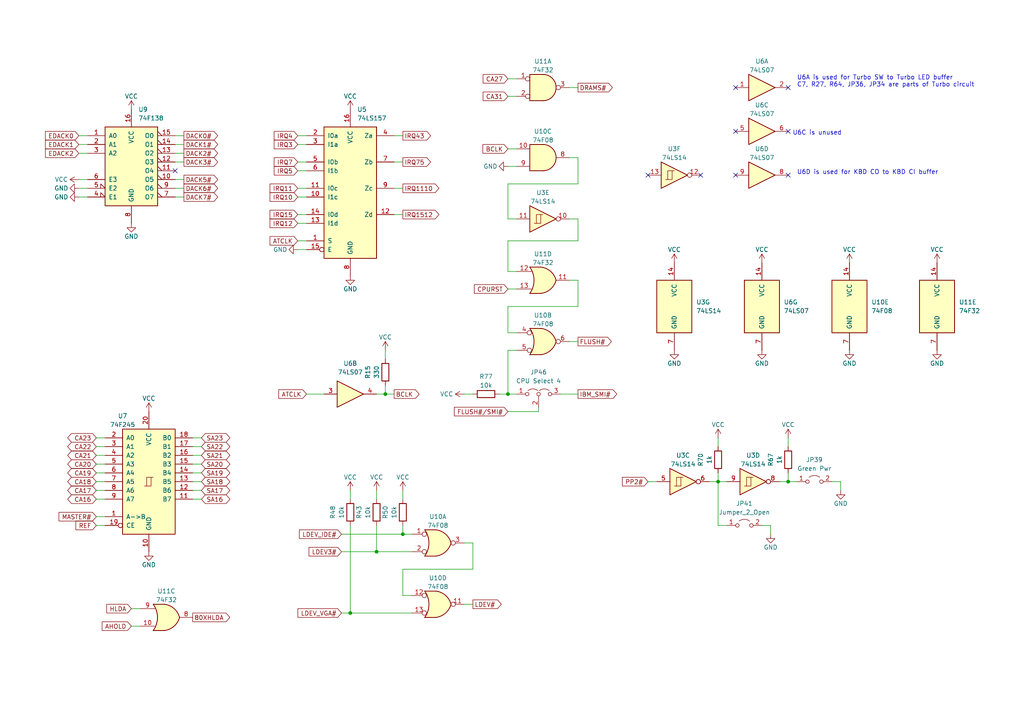
<source format=kicad_sch>
(kicad_sch (version 20231120) (generator "eeschema") (generator_version "8.0")
  (paper "A4")
  (title_block (title "PC110"))
  (lib_symbols
    (symbol "74xx:74LS07" (pin_names (offset 1.016))
      (property "Reference" "U" (at 0 1.27 0))
      (property "Value" "74LS07" (at 0 -1.27 0))
      (symbol "74LS07_1_0"
        (polyline (pts (xy -3.81 3.81) (xy -3.81 -3.81) (xy 3.81 0) (xy -3.81 3.81)) (stroke (width 0.254)) (fill (type background)))
        (pin input line (at -7.62 0 0) (length 3.81) (name "~") (number "1"))
        (pin open_collector line (at 7.62 0 180) (length 3.81) (name "~") (number "2"))
      )
      (symbol "74LS07_2_0"
        (polyline (pts (xy -3.81 3.81) (xy -3.81 -3.81) (xy 3.81 0) (xy -3.81 3.81)) (stroke (width 0.254)) (fill (type background)))
        (pin input line (at -7.62 0 0) (length 3.81) (name "~") (number "3"))
        (pin open_collector line (at 7.62 0 180) (length 3.81) (name "~") (number "4"))
      )
      (symbol "74LS07_3_0"
        (polyline (pts (xy -3.81 3.81) (xy -3.81 -3.81) (xy 3.81 0) (xy -3.81 3.81)) (stroke (width 0.254)) (fill (type background)))
        (pin input line (at -7.62 0 0) (length 3.81) (name "~") (number "5"))
        (pin open_collector line (at 7.62 0 180) (length 3.81) (name "~") (number "6"))
      )
      (symbol "74LS07_4_0"
        (polyline (pts (xy -3.81 3.81) (xy -3.81 -3.81) (xy 3.81 0) (xy -3.81 3.81)) (stroke (width 0.254)) (fill (type background)))
        (pin open_collector line (at 7.62 0 180) (length 3.81) (name "~") (number "8"))
        (pin input line (at -7.62 0 0) (length 3.81) (name "~") (number "9"))
      )
      (symbol "74LS07_5_0"
        (polyline (pts (xy -3.81 3.81) (xy -3.81 -3.81) (xy 3.81 0) (xy -3.81 3.81)) (stroke (width 0.254)) (fill (type background)))
        (pin open_collector line (at 7.62 0 180) (length 3.81) (name "~") (number "10"))
        (pin input line (at -7.62 0 0) (length 3.81) (name "~") (number "11"))
      )
      (symbol "74LS07_6_0"
        (polyline (pts (xy -3.81 3.81) (xy -3.81 -3.81) (xy 3.81 0) (xy -3.81 3.81)) (stroke (width 0.254)) (fill (type background)))
        (pin open_collector line (at 7.62 0 180) (length 3.81) (name "~") (number "12"))
        (pin input line (at -7.62 0 0) (length 3.81) (name "~") (number "13"))
      )
      (symbol "74LS07_7_0"
        (pin power_in line (at 0 12.7 270) (length 5.08) (name "VCC") (number "14"))
        (pin power_in line (at 0 -12.7 90) (length 5.08) (name "GND") (number "7"))
      )
      (symbol "74LS07_7_1"
        (rectangle (start -5.08 7.62) (end 5.08 -7.62) (stroke (width 0.254)) (fill (type background)))
      )
    )
    (symbol "74xx:74LS08" (pin_names (offset 1.016))
      (property "Reference" "U" (at 0 1.27 0))
      (property "Value" "74LS08" (at 0 -1.27 0))
      (symbol "74LS08_1_1"
        (arc (start 0 -3.81) (mid 3.7934 0) (end 0 3.81) (stroke (width 0.254)) (fill (type background)))
        (polyline (pts (xy 0 3.81) (xy -3.81 3.81) (xy -3.81 -3.81) (xy 0 -3.81)) (stroke (width 0.254)) (fill (type background)))
        (pin input line (at -7.62 2.54 0) (length 3.81) (name "~") (number "1"))
        (pin input line (at -7.62 -2.54 0) (length 3.81) (name "~") (number "2"))
        (pin output line (at 7.62 0 180) (length 3.81) (name "~") (number "3"))
      )
      (symbol "74LS08_1_2"
        (arc (start -3.81 -3.81) (mid -2.589 0) (end -3.81 3.81) (stroke (width 0.254)))
        (arc (start -0.6096 -3.81) (mid 2.1855 -2.584) (end 3.81 0) (stroke (width 0.254)) (fill (type background)))
        (polyline (pts (xy -3.81 -3.81) (xy -0.635 -3.81)) (stroke (width 0.254)) (fill (type background)))
        (polyline (pts (xy -3.81 3.81) (xy -0.635 3.81)) (stroke (width 0.254)) (fill (type background)))
        (polyline (pts (xy -0.635 3.81) (xy -3.81 3.81) (xy -3.81 3.81) (xy -3.556 3.4036) (xy -3.0226 2.2606) (xy -2.6924 1.0414) (xy -2.6162 -0.254) (xy -2.7686 -1.4986) (xy -3.175 -2.7178) (xy -3.81 -3.81) (xy -3.81 -3.81) (xy -0.635 -3.81)) (stroke (width -25.4)) (fill (type background)))
        (arc (start 3.81 0) (mid 2.1928 2.5925) (end -0.6096 3.81) (stroke (width 0.254)) (fill (type background)))
        (pin input inverted (at -7.62 2.54 0) (length 4.318) (name "~") (number "1"))
        (pin input inverted (at -7.62 -2.54 0) (length 4.318) (name "~") (number "2"))
        (pin output inverted (at 7.62 0 180) (length 3.81) (name "~") (number "3"))
      )
      (symbol "74LS08_2_1"
        (arc (start 0 -3.81) (mid 3.7934 0) (end 0 3.81) (stroke (width 0.254)) (fill (type background)))
        (polyline (pts (xy 0 3.81) (xy -3.81 3.81) (xy -3.81 -3.81) (xy 0 -3.81)) (stroke (width 0.254)) (fill (type background)))
        (pin input line (at -7.62 2.54 0) (length 3.81) (name "~") (number "4"))
        (pin input line (at -7.62 -2.54 0) (length 3.81) (name "~") (number "5"))
        (pin output line (at 7.62 0 180) (length 3.81) (name "~") (number "6"))
      )
      (symbol "74LS08_2_2"
        (arc (start -3.81 -3.81) (mid -2.589 0) (end -3.81 3.81) (stroke (width 0.254)))
        (arc (start -0.6096 -3.81) (mid 2.1855 -2.584) (end 3.81 0) (stroke (width 0.254)) (fill (type background)))
        (polyline (pts (xy -3.81 -3.81) (xy -0.635 -3.81)) (stroke (width 0.254)) (fill (type background)))
        (polyline (pts (xy -3.81 3.81) (xy -0.635 3.81)) (stroke (width 0.254)) (fill (type background)))
        (polyline (pts (xy -0.635 3.81) (xy -3.81 3.81) (xy -3.81 3.81) (xy -3.556 3.4036) (xy -3.0226 2.2606) (xy -2.6924 1.0414) (xy -2.6162 -0.254) (xy -2.7686 -1.4986) (xy -3.175 -2.7178) (xy -3.81 -3.81) (xy -3.81 -3.81) (xy -0.635 -3.81)) (stroke (width -25.4)) (fill (type background)))
        (arc (start 3.81 0) (mid 2.1928 2.5925) (end -0.6096 3.81) (stroke (width 0.254)) (fill (type background)))
        (pin input inverted (at -7.62 2.54 0) (length 4.318) (name "~") (number "4"))
        (pin input inverted (at -7.62 -2.54 0) (length 4.318) (name "~") (number "5"))
        (pin output inverted (at 7.62 0 180) (length 3.81) (name "~") (number "6"))
      )
      (symbol "74LS08_3_1"
        (arc (start 0 -3.81) (mid 3.7934 0) (end 0 3.81) (stroke (width 0.254)) (fill (type background)))
        (polyline (pts (xy 0 3.81) (xy -3.81 3.81) (xy -3.81 -3.81) (xy 0 -3.81)) (stroke (width 0.254)) (fill (type background)))
        (pin input line (at -7.62 -2.54 0) (length 3.81) (name "~") (number "10"))
        (pin output line (at 7.62 0 180) (length 3.81) (name "~") (number "8"))
        (pin input line (at -7.62 2.54 0) (length 3.81) (name "~") (number "9"))
      )
      (symbol "74LS08_3_2"
        (arc (start -3.81 -3.81) (mid -2.589 0) (end -3.81 3.81) (stroke (width 0.254)))
        (arc (start -0.6096 -3.81) (mid 2.1855 -2.584) (end 3.81 0) (stroke (width 0.254)) (fill (type background)))
        (polyline (pts (xy -3.81 -3.81) (xy -0.635 -3.81)) (stroke (width 0.254)) (fill (type background)))
        (polyline (pts (xy -3.81 3.81) (xy -0.635 3.81)) (stroke (width 0.254)) (fill (type background)))
        (polyline (pts (xy -0.635 3.81) (xy -3.81 3.81) (xy -3.81 3.81) (xy -3.556 3.4036) (xy -3.0226 2.2606) (xy -2.6924 1.0414) (xy -2.6162 -0.254) (xy -2.7686 -1.4986) (xy -3.175 -2.7178) (xy -3.81 -3.81) (xy -3.81 -3.81) (xy -0.635 -3.81)) (stroke (width -25.4)) (fill (type background)))
        (arc (start 3.81 0) (mid 2.1928 2.5925) (end -0.6096 3.81) (stroke (width 0.254)) (fill (type background)))
        (pin input inverted (at -7.62 -2.54 0) (length 4.318) (name "~") (number "10"))
        (pin output inverted (at 7.62 0 180) (length 3.81) (name "~") (number "8"))
        (pin input inverted (at -7.62 2.54 0) (length 4.318) (name "~") (number "9"))
      )
      (symbol "74LS08_4_1"
        (arc (start 0 -3.81) (mid 3.7934 0) (end 0 3.81) (stroke (width 0.254)) (fill (type background)))
        (polyline (pts (xy 0 3.81) (xy -3.81 3.81) (xy -3.81 -3.81) (xy 0 -3.81)) (stroke (width 0.254)) (fill (type background)))
        (pin output line (at 7.62 0 180) (length 3.81) (name "~") (number "11"))
        (pin input line (at -7.62 2.54 0) (length 3.81) (name "~") (number "12"))
        (pin input line (at -7.62 -2.54 0) (length 3.81) (name "~") (number "13"))
      )
      (symbol "74LS08_4_2"
        (arc (start -3.81 -3.81) (mid -2.589 0) (end -3.81 3.81) (stroke (width 0.254)))
        (arc (start -0.6096 -3.81) (mid 2.1855 -2.584) (end 3.81 0) (stroke (width 0.254)) (fill (type background)))
        (polyline (pts (xy -3.81 -3.81) (xy -0.635 -3.81)) (stroke (width 0.254)) (fill (type background)))
        (polyline (pts (xy -3.81 3.81) (xy -0.635 3.81)) (stroke (width 0.254)) (fill (type background)))
        (polyline (pts (xy -0.635 3.81) (xy -3.81 3.81) (xy -3.81 3.81) (xy -3.556 3.4036) (xy -3.0226 2.2606) (xy -2.6924 1.0414) (xy -2.6162 -0.254) (xy -2.7686 -1.4986) (xy -3.175 -2.7178) (xy -3.81 -3.81) (xy -3.81 -3.81) (xy -0.635 -3.81)) (stroke (width -25.4)) (fill (type background)))
        (arc (start 3.81 0) (mid 2.1928 2.5925) (end -0.6096 3.81) (stroke (width 0.254)) (fill (type background)))
        (pin output inverted (at 7.62 0 180) (length 3.81) (name "~") (number "11"))
        (pin input inverted (at -7.62 2.54 0) (length 4.318) (name "~") (number "12"))
        (pin input inverted (at -7.62 -2.54 0) (length 4.318) (name "~") (number "13"))
      )
      (symbol "74LS08_5_0"
        (pin power_in line (at 0 12.7 270) (length 5.08) (name "VCC") (number "14"))
        (pin power_in line (at 0 -12.7 90) (length 5.08) (name "GND") (number "7"))
      )
      (symbol "74LS08_5_1"
        (rectangle (start -5.08 7.62) (end 5.08 -7.62) (stroke (width 0.254)) (fill (type background)))
      )
    )
    (symbol "74xx:74LS138" (pin_names (offset 1.016))
      (property "Reference" "U" (at -7.62 11.43 0))
      (property "Value" "74LS138" (at -7.62 -13.97 0))
      (symbol "74LS138_1_0"
        (pin input line (at -12.7 7.62 0) (length 5.08) (name "A0") (number "1"))
        (pin output output_low (at 12.7 -5.08 180) (length 5.08) (name "O5") (number "10"))
        (pin output output_low (at 12.7 -2.54 180) (length 5.08) (name "O4") (number "11"))
        (pin output output_low (at 12.7 0 180) (length 5.08) (name "O3") (number "12"))
        (pin output output_low (at 12.7 2.54 180) (length 5.08) (name "O2") (number "13"))
        (pin output output_low (at 12.7 5.08 180) (length 5.08) (name "O1") (number "14"))
        (pin output output_low (at 12.7 7.62 180) (length 5.08) (name "O0") (number "15"))
        (pin power_in line (at 0 15.24 270) (length 5.08) (name "VCC") (number "16"))
        (pin input line (at -12.7 5.08 0) (length 5.08) (name "A1") (number "2"))
        (pin input line (at -12.7 2.54 0) (length 5.08) (name "A2") (number "3"))
        (pin input input_low (at -12.7 -10.16 0) (length 5.08) (name "E1") (number "4"))
        (pin input input_low (at -12.7 -7.62 0) (length 5.08) (name "E2") (number "5"))
        (pin input line (at -12.7 -5.08 0) (length 5.08) (name "E3") (number "6"))
        (pin output output_low (at 12.7 -10.16 180) (length 5.08) (name "O7") (number "7"))
        (pin power_in line (at 0 -17.78 90) (length 5.08) (name "GND") (number "8"))
        (pin output output_low (at 12.7 -7.62 180) (length 5.08) (name "O6") (number "9"))
      )
      (symbol "74LS138_1_1"
        (rectangle (start -7.62 10.16) (end 7.62 -12.7) (stroke (width 0.254)) (fill (type background)))
      )
    )
    (symbol "74xx:74LS14" (pin_names (offset 1.016))
      (property "Reference" "U" (at 0 1.27 0))
      (property "Value" "74LS14" (at 0 -1.27 0))
      (symbol "74LS14_1_0"
        (polyline (pts (xy -3.81 3.81) (xy -3.81 -3.81) (xy 3.81 0) (xy -3.81 3.81)) (stroke (width 0.254)) (fill (type background)))
        (pin input line (at -7.62 0 0) (length 3.81) (name "~") (number "1"))
        (pin output inverted (at 7.62 0 180) (length 3.81) (name "~") (number "2"))
      )
      (symbol "74LS14_1_1"
        (polyline (pts (xy -1.905 -1.27) (xy -1.905 1.27) (xy -0.635 1.27)))
        (polyline (pts (xy -2.54 -1.27) (xy -0.635 -1.27) (xy -0.635 1.27) (xy 0 1.27)))
      )
      (symbol "74LS14_2_0"
        (polyline (pts (xy -3.81 3.81) (xy -3.81 -3.81) (xy 3.81 0) (xy -3.81 3.81)) (stroke (width 0.254)) (fill (type background)))
        (pin input line (at -7.62 0 0) (length 3.81) (name "~") (number "3"))
        (pin output inverted (at 7.62 0 180) (length 3.81) (name "~") (number "4"))
      )
      (symbol "74LS14_2_1"
        (polyline (pts (xy -1.905 -1.27) (xy -1.905 1.27) (xy -0.635 1.27)))
        (polyline (pts (xy -2.54 -1.27) (xy -0.635 -1.27) (xy -0.635 1.27) (xy 0 1.27)))
      )
      (symbol "74LS14_3_0"
        (polyline (pts (xy -3.81 3.81) (xy -3.81 -3.81) (xy 3.81 0) (xy -3.81 3.81)) (stroke (width 0.254)) (fill (type background)))
        (pin input line (at -7.62 0 0) (length 3.81) (name "~") (number "5"))
        (pin output inverted (at 7.62 0 180) (length 3.81) (name "~") (number "6"))
      )
      (symbol "74LS14_3_1"
        (polyline (pts (xy -1.905 -1.27) (xy -1.905 1.27) (xy -0.635 1.27)))
        (polyline (pts (xy -2.54 -1.27) (xy -0.635 -1.27) (xy -0.635 1.27) (xy 0 1.27)))
      )
      (symbol "74LS14_4_0"
        (polyline (pts (xy -3.81 3.81) (xy -3.81 -3.81) (xy 3.81 0) (xy -3.81 3.81)) (stroke (width 0.254)) (fill (type background)))
        (pin output inverted (at 7.62 0 180) (length 3.81) (name "~") (number "8"))
        (pin input line (at -7.62 0 0) (length 3.81) (name "~") (number "9"))
      )
      (symbol "74LS14_4_1"
        (polyline (pts (xy -1.905 -1.27) (xy -1.905 1.27) (xy -0.635 1.27)))
        (polyline (pts (xy -2.54 -1.27) (xy -0.635 -1.27) (xy -0.635 1.27) (xy 0 1.27)))
      )
      (symbol "74LS14_5_0"
        (polyline (pts (xy -3.81 3.81) (xy -3.81 -3.81) (xy 3.81 0) (xy -3.81 3.81)) (stroke (width 0.254)) (fill (type background)))
        (pin output inverted (at 7.62 0 180) (length 3.81) (name "~") (number "10"))
        (pin input line (at -7.62 0 0) (length 3.81) (name "~") (number "11"))
      )
      (symbol "74LS14_5_1"
        (polyline (pts (xy -1.905 -1.27) (xy -1.905 1.27) (xy -0.635 1.27)))
        (polyline (pts (xy -2.54 -1.27) (xy -0.635 -1.27) (xy -0.635 1.27) (xy 0 1.27)))
      )
      (symbol "74LS14_6_0"
        (polyline (pts (xy -3.81 3.81) (xy -3.81 -3.81) (xy 3.81 0) (xy -3.81 3.81)) (stroke (width 0.254)) (fill (type background)))
        (pin output inverted (at 7.62 0 180) (length 3.81) (name "~") (number "12"))
        (pin input line (at -7.62 0 0) (length 3.81) (name "~") (number "13"))
      )
      (symbol "74LS14_6_1"
        (polyline (pts (xy -1.905 -1.27) (xy -1.905 1.27) (xy -0.635 1.27)))
        (polyline (pts (xy -2.54 -1.27) (xy -0.635 -1.27) (xy -0.635 1.27) (xy 0 1.27)))
      )
      (symbol "74LS14_7_0"
        (pin power_in line (at 0 12.7 270) (length 5.08) (name "VCC") (number "14"))
        (pin power_in line (at 0 -12.7 90) (length 5.08) (name "GND") (number "7"))
      )
      (symbol "74LS14_7_1"
        (rectangle (start -5.08 7.62) (end 5.08 -7.62) (stroke (width 0.254)) (fill (type background)))
      )
    )
    (symbol "74xx:74LS157" (pin_names (offset 1.016))
      (property "Reference" "U" (at -7.62 19.05 0))
      (property "Value" "74LS157" (at -7.62 -21.59 0))
      (symbol "74LS157_1_0"
        (pin input line (at -12.7 -15.24 0) (length 5.08) (name "S") (number "1"))
        (pin input line (at -12.7 -2.54 0) (length 5.08) (name "I1c") (number "10"))
        (pin input line (at -12.7 0 0) (length 5.08) (name "I0c") (number "11"))
        (pin output line (at 12.7 -7.62 180) (length 5.08) (name "Zd") (number "12"))
        (pin input line (at -12.7 -10.16 0) (length 5.08) (name "I1d") (number "13"))
        (pin input line (at -12.7 -7.62 0) (length 5.08) (name "I0d") (number "14"))
        (pin input inverted (at -12.7 -17.78 0) (length 5.08) (name "E") (number "15"))
        (pin power_in line (at 0 22.86 270) (length 5.08) (name "VCC") (number "16"))
        (pin input line (at -12.7 15.24 0) (length 5.08) (name "I0a") (number "2"))
        (pin input line (at -12.7 12.7 0) (length 5.08) (name "I1a") (number "3"))
        (pin output line (at 12.7 15.24 180) (length 5.08) (name "Za") (number "4"))
        (pin input line (at -12.7 7.62 0) (length 5.08) (name "I0b") (number "5"))
        (pin input line (at -12.7 5.08 0) (length 5.08) (name "I1b") (number "6"))
        (pin output line (at 12.7 7.62 180) (length 5.08) (name "Zb") (number "7"))
        (pin power_in line (at 0 -25.4 90) (length 5.08) (name "GND") (number "8"))
        (pin output line (at 12.7 0 180) (length 5.08) (name "Zc") (number "9"))
      )
      (symbol "74LS157_1_1"
        (rectangle (start -7.62 17.78) (end 7.62 -20.32) (stroke (width 0.254)) (fill (type background)))
      )
    )
    (symbol "74xx:74LS245" (pin_names (offset 1.016))
      (property "Reference" "U" (at -7.62 16.51 0))
      (property "Value" "74LS245" (at -7.62 -16.51 0))
      (symbol "74LS245_1_0"
        (polyline (pts (xy -0.635 -1.27) (xy -0.635 1.27) (xy 0.635 1.27)))
        (polyline (pts (xy -1.27 -1.27) (xy 0.635 -1.27) (xy 0.635 1.27) (xy 1.27 1.27)))
        (pin input line (at -12.7 -10.16 0) (length 5.08) (name "A->B") (number "1"))
        (pin power_in line (at 0 -20.32 90) (length 5.08) (name "GND") (number "10"))
        (pin tri_state line (at 12.7 -5.08 180) (length 5.08) (name "B7") (number "11"))
        (pin tri_state line (at 12.7 -2.54 180) (length 5.08) (name "B6") (number "12"))
        (pin tri_state line (at 12.7 0 180) (length 5.08) (name "B5") (number "13"))
        (pin tri_state line (at 12.7 2.54 180) (length 5.08) (name "B4") (number "14"))
        (pin tri_state line (at 12.7 5.08 180) (length 5.08) (name "B3") (number "15"))
        (pin tri_state line (at 12.7 7.62 180) (length 5.08) (name "B2") (number "16"))
        (pin tri_state line (at 12.7 10.16 180) (length 5.08) (name "B1") (number "17"))
        (pin tri_state line (at 12.7 12.7 180) (length 5.08) (name "B0") (number "18"))
        (pin input inverted (at -12.7 -12.7 0) (length 5.08) (name "CE") (number "19"))
        (pin tri_state line (at -12.7 12.7 0) (length 5.08) (name "A0") (number "2"))
        (pin power_in line (at 0 20.32 270) (length 5.08) (name "VCC") (number "20"))
        (pin tri_state line (at -12.7 10.16 0) (length 5.08) (name "A1") (number "3"))
        (pin tri_state line (at -12.7 7.62 0) (length 5.08) (name "A2") (number "4"))
        (pin tri_state line (at -12.7 5.08 0) (length 5.08) (name "A3") (number "5"))
        (pin tri_state line (at -12.7 2.54 0) (length 5.08) (name "A4") (number "6"))
        (pin tri_state line (at -12.7 0 0) (length 5.08) (name "A5") (number "7"))
        (pin tri_state line (at -12.7 -2.54 0) (length 5.08) (name "A6") (number "8"))
        (pin tri_state line (at -12.7 -5.08 0) (length 5.08) (name "A7") (number "9"))
      )
      (symbol "74LS245_1_1"
        (rectangle (start -7.62 15.24) (end 7.62 -15.24) (stroke (width 0.254)) (fill (type background)))
      )
    )
    (symbol "74xx:74LS32" (pin_names (offset 1.016))
      (property "Reference" "U" (at 0 1.27 0))
      (property "Value" "74LS32" (at 0 -1.27 0))
      (symbol "74LS32_1_1"
        (arc (start -3.81 -3.81) (mid -2.589 0) (end -3.81 3.81) (stroke (width 0.254)))
        (arc (start -0.6096 -3.81) (mid 2.1855 -2.584) (end 3.81 0) (stroke (width 0.254)) (fill (type background)))
        (polyline (pts (xy -3.81 -3.81) (xy -0.635 -3.81)) (stroke (width 0.254)) (fill (type background)))
        (polyline (pts (xy -3.81 3.81) (xy -0.635 3.81)) (stroke (width 0.254)) (fill (type background)))
        (polyline (pts (xy -0.635 3.81) (xy -3.81 3.81) (xy -3.81 3.81) (xy -3.556 3.4036) (xy -3.0226 2.2606) (xy -2.6924 1.0414) (xy -2.6162 -0.254) (xy -2.7686 -1.4986) (xy -3.175 -2.7178) (xy -3.81 -3.81) (xy -3.81 -3.81) (xy -0.635 -3.81)) (stroke (width -25.4)) (fill (type background)))
        (arc (start 3.81 0) (mid 2.1928 2.5925) (end -0.6096 3.81) (stroke (width 0.254)) (fill (type background)))
        (pin input line (at -7.62 2.54 0) (length 4.318) (name "~") (number "1"))
        (pin input line (at -7.62 -2.54 0) (length 4.318) (name "~") (number "2"))
        (pin output line (at 7.62 0 180) (length 3.81) (name "~") (number "3"))
      )
      (symbol "74LS32_1_2"
        (arc (start 0 -3.81) (mid 3.7934 0) (end 0 3.81) (stroke (width 0.254)) (fill (type background)))
        (polyline (pts (xy 0 3.81) (xy -3.81 3.81) (xy -3.81 -3.81) (xy 0 -3.81)) (stroke (width 0.254)) (fill (type background)))
        (pin input inverted (at -7.62 2.54 0) (length 3.81) (name "~") (number "1"))
        (pin input inverted (at -7.62 -2.54 0) (length 3.81) (name "~") (number "2"))
        (pin output inverted (at 7.62 0 180) (length 3.81) (name "~") (number "3"))
      )
      (symbol "74LS32_2_1"
        (arc (start -3.81 -3.81) (mid -2.589 0) (end -3.81 3.81) (stroke (width 0.254)))
        (arc (start -0.6096 -3.81) (mid 2.1855 -2.584) (end 3.81 0) (stroke (width 0.254)) (fill (type background)))
        (polyline (pts (xy -3.81 -3.81) (xy -0.635 -3.81)) (stroke (width 0.254)) (fill (type background)))
        (polyline (pts (xy -3.81 3.81) (xy -0.635 3.81)) (stroke (width 0.254)) (fill (type background)))
        (polyline (pts (xy -0.635 3.81) (xy -3.81 3.81) (xy -3.81 3.81) (xy -3.556 3.4036) (xy -3.0226 2.2606) (xy -2.6924 1.0414) (xy -2.6162 -0.254) (xy -2.7686 -1.4986) (xy -3.175 -2.7178) (xy -3.81 -3.81) (xy -3.81 -3.81) (xy -0.635 -3.81)) (stroke (width -25.4)) (fill (type background)))
        (arc (start 3.81 0) (mid 2.1928 2.5925) (end -0.6096 3.81) (stroke (width 0.254)) (fill (type background)))
        (pin input line (at -7.62 2.54 0) (length 4.318) (name "~") (number "4"))
        (pin input line (at -7.62 -2.54 0) (length 4.318) (name "~") (number "5"))
        (pin output line (at 7.62 0 180) (length 3.81) (name "~") (number "6"))
      )
      (symbol "74LS32_2_2"
        (arc (start 0 -3.81) (mid 3.7934 0) (end 0 3.81) (stroke (width 0.254)) (fill (type background)))
        (polyline (pts (xy 0 3.81) (xy -3.81 3.81) (xy -3.81 -3.81) (xy 0 -3.81)) (stroke (width 0.254)) (fill (type background)))
        (pin input inverted (at -7.62 2.54 0) (length 3.81) (name "~") (number "4"))
        (pin input inverted (at -7.62 -2.54 0) (length 3.81) (name "~") (number "5"))
        (pin output inverted (at 7.62 0 180) (length 3.81) (name "~") (number "6"))
      )
      (symbol "74LS32_3_1"
        (arc (start -3.81 -3.81) (mid -2.589 0) (end -3.81 3.81) (stroke (width 0.254)))
        (arc (start -0.6096 -3.81) (mid 2.1855 -2.584) (end 3.81 0) (stroke (width 0.254)) (fill (type background)))
        (polyline (pts (xy -3.81 -3.81) (xy -0.635 -3.81)) (stroke (width 0.254)) (fill (type background)))
        (polyline (pts (xy -3.81 3.81) (xy -0.635 3.81)) (stroke (width 0.254)) (fill (type background)))
        (polyline (pts (xy -0.635 3.81) (xy -3.81 3.81) (xy -3.81 3.81) (xy -3.556 3.4036) (xy -3.0226 2.2606) (xy -2.6924 1.0414) (xy -2.6162 -0.254) (xy -2.7686 -1.4986) (xy -3.175 -2.7178) (xy -3.81 -3.81) (xy -3.81 -3.81) (xy -0.635 -3.81)) (stroke (width -25.4)) (fill (type background)))
        (arc (start 3.81 0) (mid 2.1928 2.5925) (end -0.6096 3.81) (stroke (width 0.254)) (fill (type background)))
        (pin input line (at -7.62 -2.54 0) (length 4.318) (name "~") (number "10"))
        (pin output line (at 7.62 0 180) (length 3.81) (name "~") (number "8"))
        (pin input line (at -7.62 2.54 0) (length 4.318) (name "~") (number "9"))
      )
      (symbol "74LS32_3_2"
        (arc (start 0 -3.81) (mid 3.7934 0) (end 0 3.81) (stroke (width 0.254)) (fill (type background)))
        (polyline (pts (xy 0 3.81) (xy -3.81 3.81) (xy -3.81 -3.81) (xy 0 -3.81)) (stroke (width 0.254)) (fill (type background)))
        (pin input inverted (at -7.62 -2.54 0) (length 3.81) (name "~") (number "10"))
        (pin output inverted (at 7.62 0 180) (length 3.81) (name "~") (number "8"))
        (pin input inverted (at -7.62 2.54 0) (length 3.81) (name "~") (number "9"))
      )
      (symbol "74LS32_4_1"
        (arc (start -3.81 -3.81) (mid -2.589 0) (end -3.81 3.81) (stroke (width 0.254)))
        (arc (start -0.6096 -3.81) (mid 2.1855 -2.584) (end 3.81 0) (stroke (width 0.254)) (fill (type background)))
        (polyline (pts (xy -3.81 -3.81) (xy -0.635 -3.81)) (stroke (width 0.254)) (fill (type background)))
        (polyline (pts (xy -3.81 3.81) (xy -0.635 3.81)) (stroke (width 0.254)) (fill (type background)))
        (polyline (pts (xy -0.635 3.81) (xy -3.81 3.81) (xy -3.81 3.81) (xy -3.556 3.4036) (xy -3.0226 2.2606) (xy -2.6924 1.0414) (xy -2.6162 -0.254) (xy -2.7686 -1.4986) (xy -3.175 -2.7178) (xy -3.81 -3.81) (xy -3.81 -3.81) (xy -0.635 -3.81)) (stroke (width -25.4)) (fill (type background)))
        (arc (start 3.81 0) (mid 2.1928 2.5925) (end -0.6096 3.81) (stroke (width 0.254)) (fill (type background)))
        (pin output line (at 7.62 0 180) (length 3.81) (name "~") (number "11"))
        (pin input line (at -7.62 2.54 0) (length 4.318) (name "~") (number "12"))
        (pin input line (at -7.62 -2.54 0) (length 4.318) (name "~") (number "13"))
      )
      (symbol "74LS32_4_2"
        (arc (start 0 -3.81) (mid 3.7934 0) (end 0 3.81) (stroke (width 0.254)) (fill (type background)))
        (polyline (pts (xy 0 3.81) (xy -3.81 3.81) (xy -3.81 -3.81) (xy 0 -3.81)) (stroke (width 0.254)) (fill (type background)))
        (pin output inverted (at 7.62 0 180) (length 3.81) (name "~") (number "11"))
        (pin input inverted (at -7.62 2.54 0) (length 3.81) (name "~") (number "12"))
        (pin input inverted (at -7.62 -2.54 0) (length 3.81) (name "~") (number "13"))
      )
      (symbol "74LS32_5_0"
        (pin power_in line (at 0 12.7 270) (length 5.08) (name "VCC") (number "14"))
        (pin power_in line (at 0 -12.7 90) (length 5.08) (name "GND") (number "7"))
      )
      (symbol "74LS32_5_1"
        (rectangle (start -5.08 7.62) (end 5.08 -7.62) (stroke (width 0.254)) (fill (type background)))
      )
    )
    (symbol "Device:R" (pin_numbers hide) (pin_names (offset 0))
      (property "Reference" "R" (at 2.032 0 90))
      (property "Value" "R" (at 0 0 90))
      (symbol "R_0_1"
        (rectangle (start -1.016 -2.54) (end 1.016 2.54) (stroke (width 0.254)))
      )
      (symbol "R_1_1"
        (pin passive line (at 0 3.81 270) (length 1.27) (name "~") (number "1"))
        (pin passive line (at 0 -3.81 90) (length 1.27) (name "~") (number "2"))
      )
    )
    (symbol "Jumper:Jumper_2_Open" (pin_names (offset 0) hide)
      (property "Reference" "JP" (at 0 2.794 0))
      (property "Value" "Jumper_2_Open" (at 0 -2.286 0))
      (symbol "Jumper_2_Open_0_0"
        (circle (center -2.032 0) (radius 0.508))
        (circle (center 2.032 0) (radius 0.508))
      )
      (symbol "Jumper_2_Open_0_1"
        (arc (start 1.524 1.27) (mid 0 1.778) (end -1.524 1.27))
      )
      (symbol "Jumper_2_Open_1_1"
        (pin passive line (at -5.08 0 0) (length 2.54) (name "A") (number "1"))
        (pin passive line (at 5.08 0 180) (length 2.54) (name "B") (number "2"))
      )
    )
    (symbol "Jumper:Jumper_3_Open" (pin_names (offset 0) hide)
      (property "Reference" "JP" (at -2.54 -2.54 0))
      (property "Value" "Jumper_3_Open" (at 0 2.794 0))
      (symbol "Jumper_3_Open_0_0"
        (circle (center -3.302 0) (radius 0.508))
        (circle (center 0 0) (radius 0.508))
        (circle (center 3.302 0) (radius 0.508))
      )
      (symbol "Jumper_3_Open_0_1"
        (arc (start -0.254 1.016) (mid -1.651 1.4992) (end -3.048 1.016))
        (polyline (pts (xy 0 -0.508) (xy 0 -1.27)))
        (arc (start 3.048 1.016) (mid 1.651 1.4992) (end 0.254 1.016))
      )
      (symbol "Jumper_3_Open_1_1"
        (pin passive line (at -6.35 0 0) (length 2.54) (name "A") (number "1"))
        (pin passive line (at 0 -3.81 90) (length 2.54) (name "C") (number "2"))
        (pin passive line (at 6.35 0 180) (length 2.54) (name "B") (number "3"))
      )
    )
    (symbol "power:GND" (power) (pin_names (offset 0))
      (property "Value" "GND" (at 0 -3.81 0))
      (symbol "GND_0_1"
        (polyline (pts (xy 0 0) (xy 0 -1.27) (xy 1.27 -1.27) (xy 0 -2.54) (xy -1.27 -1.27) (xy 0 -1.27)))
      )
      (symbol "GND_1_1"
        (pin power_in line (at 0 0 270) (length 0) hide (name "GND") (number "1"))
      )
    )
    (symbol "power:VCC" (power) (pin_names (offset 0))
      (property "Value" "VCC" (at 0 3.81 0))
      (symbol "VCC_0_1"
        (polyline (pts (xy -0.762 1.27) (xy 0 2.54)))
        (polyline (pts (xy 0 0) (xy 0 2.54)))
        (polyline (pts (xy 0 2.54) (xy 0.762 1.27)))
      )
      (symbol "VCC_1_1"
        (pin power_in line (at 0 0 90) (length 0) hide (name "VCC") (number "1"))
      )
    )
  )
  (junction (at 101.6 177.8))
  (junction (at 109.22 160.02))
  (junction (at 147.32 114.3))
  (junction (at 116.84 154.94))
  (junction (at 111.76 114.3))
  (junction (at 228.6 139.7))
  (junction (at 208.28 139.7))
  (no_connect (at 50.8 49.53))
  (no_connect (at 213.36 25.4))
  (no_connect (at 213.36 38.1))
  (no_connect (at 228.6 38.1))
  (no_connect (at 228.6 25.4))
  (no_connect (at 228.6 50.8))
  (no_connect (at 213.36 50.8))
  (no_connect (at 187.96 50.8))
  (no_connect (at 203.2 50.8))
  (wire (pts (xy 226.06 139.7) (xy 228.6 139.7)))
  (wire (pts (xy 111.76 101.6) (xy 111.76 104.14)))
  (wire (pts (xy 50.8 44.45) (xy 53.34 44.45)))
  (wire (pts (xy 114.3 39.37) (xy 116.84 39.37)))
  (wire (pts (xy 116.84 172.72) (xy 116.84 165.1)))
  (wire (pts (xy 147.32 114.3) (xy 144.78 114.3)))
  (wire (pts (xy 147.32 78.74) (xy 147.32 69.85)))
  (wire (pts (xy 149.86 96.52) (xy 147.32 96.52)))
  (wire (pts (xy 111.76 114.3) (xy 114.3 114.3)))
  (wire (pts (xy 228.6 137.16) (xy 228.6 139.7)))
  (wire (pts (xy 243.84 139.7) (xy 243.84 142.24)))
  (wire (pts (xy 111.76 114.3) (xy 109.22 114.3)))
  (wire (pts (xy 147.32 83.82) (xy 149.86 83.82)))
  (wire (pts (xy 167.64 63.5) (xy 165.1 63.5)))
  (wire (pts (xy 55.88 139.7) (xy 58.42 139.7)))
  (wire (pts (xy 86.36 46.99) (xy 88.9 46.99)))
  (wire (pts (xy 114.3 46.99) (xy 116.84 46.99)))
  (wire (pts (xy 86.36 39.37) (xy 88.9 39.37)))
  (wire (pts (xy 86.36 64.77) (xy 88.9 64.77)))
  (wire (pts (xy 147.32 27.94) (xy 149.86 27.94)))
  (wire (pts (xy 55.88 144.78) (xy 58.42 144.78)))
  (wire (pts (xy 241.3 139.7) (xy 243.84 139.7)))
  (wire (pts (xy 205.74 139.7) (xy 208.28 139.7)))
  (wire (pts (xy 86.36 57.15) (xy 88.9 57.15)))
  (wire (pts (xy 22.86 44.45) (xy 25.4 44.45)))
  (wire (pts (xy 149.86 48.26) (xy 147.32 48.26)))
  (wire (pts (xy 116.84 142.24) (xy 116.84 144.78)))
  (wire (pts (xy 114.3 62.23) (xy 116.84 62.23)))
  (wire (pts (xy 147.32 88.9) (xy 167.64 88.9)))
  (wire (pts (xy 38.1 176.53) (xy 40.64 176.53)))
  (wire (pts (xy 27.94 134.62) (xy 30.48 134.62)))
  (wire (pts (xy 88.9 114.3) (xy 93.98 114.3)))
  (wire (pts (xy 116.84 154.94) (xy 119.38 154.94)))
  (wire (pts (xy 27.94 127) (xy 30.48 127)))
  (wire (pts (xy 22.86 39.37) (xy 25.4 39.37)))
  (wire (pts (xy 22.86 52.07) (xy 25.4 52.07)))
  (wire (pts (xy 147.32 63.5) (xy 147.32 53.34)))
  (wire (pts (xy 208.28 139.7) (xy 208.28 152.4)))
  (wire (pts (xy 114.3 54.61) (xy 116.84 54.61)))
  (wire (pts (xy 27.94 129.54) (xy 30.48 129.54)))
  (wire (pts (xy 167.64 88.9) (xy 167.64 81.28)))
  (wire (pts (xy 99.06 160.02) (xy 109.22 160.02)))
  (wire (pts (xy 55.88 129.54) (xy 58.42 129.54)))
  (wire (pts (xy 55.88 127) (xy 58.42 127)))
  (wire (pts (xy 86.36 41.91) (xy 88.9 41.91)))
  (wire (pts (xy 55.88 142.24) (xy 58.42 142.24)))
  (wire (pts (xy 162.56 114.3) (xy 167.64 114.3)))
  (wire (pts (xy 27.94 144.78) (xy 30.48 144.78)))
  (wire (pts (xy 27.94 137.16) (xy 30.48 137.16)))
  (wire (pts (xy 167.64 69.85) (xy 167.64 63.5)))
  (wire (pts (xy 109.22 142.24) (xy 109.22 144.78)))
  (wire (pts (xy 22.86 41.91) (xy 25.4 41.91)))
  (wire (pts (xy 223.52 152.4) (xy 223.52 154.94)))
  (wire (pts (xy 187.96 139.7) (xy 190.5 139.7)))
  (wire (pts (xy 149.86 101.6) (xy 147.32 101.6)))
  (wire (pts (xy 27.94 152.4) (xy 30.48 152.4)))
  (wire (pts (xy 109.22 152.4) (xy 109.22 160.02)))
  (wire (pts (xy 50.8 41.91) (xy 53.34 41.91)))
  (wire (pts (xy 147.32 101.6) (xy 147.32 114.3)))
  (wire (pts (xy 147.32 53.34) (xy 167.64 53.34)))
  (wire (pts (xy 137.16 114.3) (xy 134.62 114.3)))
  (wire (pts (xy 86.36 54.61) (xy 88.9 54.61)))
  (wire (pts (xy 55.88 132.08) (xy 58.42 132.08)))
  (wire (pts (xy 86.36 49.53) (xy 88.9 49.53)))
  (wire (pts (xy 220.98 152.4) (xy 223.52 152.4)))
  (wire (pts (xy 167.64 25.4) (xy 165.1 25.4)))
  (wire (pts (xy 99.06 154.94) (xy 116.84 154.94)))
  (wire (pts (xy 101.6 152.4) (xy 101.6 177.8)))
  (wire (pts (xy 167.64 81.28) (xy 165.1 81.28)))
  (wire (pts (xy 50.8 54.61) (xy 53.34 54.61)))
  (wire (pts (xy 165.1 99.06) (xy 167.64 99.06)))
  (wire (pts (xy 38.1 181.61) (xy 40.64 181.61)))
  (wire (pts (xy 156.21 118.11) (xy 156.21 119.38)))
  (wire (pts (xy 116.84 165.1) (xy 137.16 165.1)))
  (wire (pts (xy 22.86 54.61) (xy 25.4 54.61)))
  (wire (pts (xy 208.28 139.7) (xy 210.82 139.7)))
  (wire (pts (xy 149.86 78.74) (xy 147.32 78.74)))
  (wire (pts (xy 208.28 152.4) (xy 210.82 152.4)))
  (wire (pts (xy 119.38 172.72) (xy 116.84 172.72)))
  (wire (pts (xy 149.86 63.5) (xy 147.32 63.5)))
  (wire (pts (xy 50.8 52.07) (xy 53.34 52.07)))
  (wire (pts (xy 86.36 69.85) (xy 88.9 69.85)))
  (wire (pts (xy 22.86 57.15) (xy 25.4 57.15)))
  (wire (pts (xy 99.06 177.8) (xy 101.6 177.8)))
  (wire (pts (xy 149.86 114.3) (xy 147.32 114.3)))
  (wire (pts (xy 137.16 175.26) (xy 134.62 175.26)))
  (wire (pts (xy 228.6 127) (xy 228.6 129.54)))
  (wire (pts (xy 109.22 160.02) (xy 119.38 160.02)))
  (wire (pts (xy 167.64 45.72) (xy 167.64 53.34)))
  (wire (pts (xy 228.6 139.7) (xy 231.14 139.7)))
  (wire (pts (xy 116.84 152.4) (xy 116.84 154.94)))
  (wire (pts (xy 55.88 137.16) (xy 58.42 137.16)))
  (wire (pts (xy 86.36 72.39) (xy 88.9 72.39)))
  (wire (pts (xy 111.76 114.3) (xy 111.76 111.76)))
  (wire (pts (xy 147.32 22.86) (xy 149.86 22.86)))
  (wire (pts (xy 149.86 43.18) (xy 147.32 43.18)))
  (wire (pts (xy 208.28 137.16) (xy 208.28 139.7)))
  (wire (pts (xy 165.1 45.72) (xy 167.64 45.72)))
  (wire (pts (xy 27.94 142.24) (xy 30.48 142.24)))
  (wire (pts (xy 208.28 127) (xy 208.28 129.54)))
  (wire (pts (xy 147.32 119.38) (xy 156.21 119.38)))
  (wire (pts (xy 101.6 177.8) (xy 119.38 177.8)))
  (wire (pts (xy 86.36 62.23) (xy 88.9 62.23)))
  (wire (pts (xy 55.88 134.62) (xy 58.42 134.62)))
  (wire (pts (xy 50.8 57.15) (xy 53.34 57.15)))
  (wire (pts (xy 101.6 142.24) (xy 101.6 144.78)))
  (wire (pts (xy 147.32 69.85) (xy 167.64 69.85)))
  (wire (pts (xy 137.16 157.48) (xy 134.62 157.48)))
  (wire (pts (xy 30.48 149.86) (xy 27.94 149.86)))
  (wire (pts (xy 27.94 139.7) (xy 30.48 139.7)))
  (wire (pts (xy 137.16 165.1) (xy 137.16 157.48)))
  (wire (pts (xy 50.8 46.99) (xy 53.34 46.99)))
  (wire (pts (xy 27.94 132.08) (xy 30.48 132.08)))
  (wire (pts (xy 50.8 39.37) (xy 53.34 39.37)))
  (wire (pts (xy 147.32 96.52) (xy 147.32 88.9)))
  (text "U6D is used for KBD CO to KBD CI buffer" (at 231.14 50.8 0) (effects (font (size 1.27 1.27)) (justify left bottom)))
  (text "U6C is unused" (at 229.87 39.37 0) (effects (font (size 1.27 1.27)) (justify left bottom)))
  (text "U6A is used for Turbo SW to Turbo LED buffer\nC7, R27, R64, JP36, JP34 are parts of Turbo circuit" (at 231.14 25.4 0) (effects (font (size 1.27 1.27)) (justify left bottom)))
  (global_label "EDACK0" (shape input) (at 22.86 39.37 180) (property "Intersheetrefs" "${INTERSHEET_REFS}" (effects (hide yes))))
  (global_label "IBM_SMI#" (shape output) (at 167.64 114.3 0) (property "Intersheetrefs" "${INTERSHEET_REFS}" (effects (hide yes))))
  (global_label "DACK1#" (shape output) (at 53.34 41.91 0) (property "Intersheetrefs" "${INTERSHEET_REFS}" (effects (hide yes))))
  (global_label "IRQ10" (shape input) (at 86.36 57.15 180) (property "Intersheetrefs" "${INTERSHEET_REFS}" (effects (hide yes))))
  (global_label "EDACK2" (shape input) (at 22.86 44.45 180) (property "Intersheetrefs" "${INTERSHEET_REFS}" (effects (hide yes))))
  (global_label "EDACK1" (shape input) (at 22.86 41.91 180) (property "Intersheetrefs" "${INTERSHEET_REFS}" (effects (hide yes))))
  (global_label "LDEV3#" (shape input) (at 99.06 160.02 180) (property "Intersheetrefs" "${INTERSHEET_REFS}" (effects (hide yes))))
  (global_label "DACK5#" (shape output) (at 53.34 52.07 0) (property "Intersheetrefs" "${INTERSHEET_REFS}" (effects (hide yes))))
  (global_label "CA31" (shape input) (at 147.32 27.94 180) (property "Intersheetrefs" "${INTERSHEET_REFS}" (effects (hide yes))))
  (global_label "CA20" (shape bidirectional) (at 27.94 134.62 180) (property "Intersheetrefs" "${INTERSHEET_REFS}" (effects (hide yes))))
  (global_label "CPURST" (shape input) (at 147.32 83.82 180) (property "Intersheetrefs" "${INTERSHEET_REFS}" (effects (hide yes))))
  (global_label "ATCLK" (shape input) (at 86.36 69.85 180) (property "Intersheetrefs" "${INTERSHEET_REFS}" (effects (hide yes))))
  (global_label "IRQ4" (shape input) (at 86.36 39.37 180) (property "Intersheetrefs" "${INTERSHEET_REFS}" (effects (hide yes))))
  (global_label "ATCLK" (shape input) (at 88.9 114.3 180) (property "Intersheetrefs" "${INTERSHEET_REFS}" (effects (hide yes))))
  (global_label "SA23" (shape bidirectional) (at 58.42 127 0) (property "Intersheetrefs" "${INTERSHEET_REFS}" (effects (hide yes))))
  (global_label "SA18" (shape bidirectional) (at 58.42 139.7 0) (property "Intersheetrefs" "${INTERSHEET_REFS}" (effects (hide yes))))
  (global_label "PP2#" (shape input) (at 187.96 139.7 180) (property "Intersheetrefs" "${INTERSHEET_REFS}" (effects (hide yes))))
  (global_label "DACK3#" (shape output) (at 53.34 46.99 0) (property "Intersheetrefs" "${INTERSHEET_REFS}" (effects (hide yes))))
  (global_label "AHOLD" (shape input) (at 38.1 181.61 180) (property "Intersheetrefs" "${INTERSHEET_REFS}" (effects (hide yes))))
  (global_label "IRQ1512" (shape output) (at 116.84 62.23 0) (property "Intersheetrefs" "${INTERSHEET_REFS}" (effects (hide yes))))
  (global_label "REF" (shape input) (at 27.94 152.4 180) (property "Intersheetrefs" "${INTERSHEET_REFS}" (effects (hide yes))))
  (global_label "CA18" (shape bidirectional) (at 27.94 139.7 180) (property "Intersheetrefs" "${INTERSHEET_REFS}" (effects (hide yes))))
  (global_label "LDEV_VGA#" (shape input) (at 99.06 177.8 180) (property "Intersheetrefs" "${INTERSHEET_REFS}" (effects (hide yes))))
  (global_label "SA20" (shape bidirectional) (at 58.42 134.62 0) (property "Intersheetrefs" "${INTERSHEET_REFS}" (effects (hide yes))))
  (global_label "SA16" (shape bidirectional) (at 58.42 144.78 0) (property "Intersheetrefs" "${INTERSHEET_REFS}" (effects (hide yes))))
  (global_label "IRQ43" (shape output) (at 116.84 39.37 0) (property "Intersheetrefs" "${INTERSHEET_REFS}" (effects (hide yes))))
  (global_label "DACK2#" (shape output) (at 53.34 44.45 0) (property "Intersheetrefs" "${INTERSHEET_REFS}" (effects (hide yes))))
  (global_label "MASTER#" (shape input) (at 27.94 149.86 180) (property "Intersheetrefs" "${INTERSHEET_REFS}" (effects (hide yes))))
  (global_label "CA17" (shape bidirectional) (at 27.94 142.24 180) (property "Intersheetrefs" "${INTERSHEET_REFS}" (effects (hide yes))))
  (global_label "SA22" (shape bidirectional) (at 58.42 129.54 0) (property "Intersheetrefs" "${INTERSHEET_REFS}" (effects (hide yes))))
  (global_label "IRQ3" (shape input) (at 86.36 41.91 180) (property "Intersheetrefs" "${INTERSHEET_REFS}" (effects (hide yes))))
  (global_label "SA19" (shape bidirectional) (at 58.42 137.16 0) (property "Intersheetrefs" "${INTERSHEET_REFS}" (effects (hide yes))))
  (global_label "LDEV#" (shape output) (at 137.16 175.26 0) (property "Intersheetrefs" "${INTERSHEET_REFS}" (effects (hide yes))))
  (global_label "IRQ75" (shape output) (at 116.84 46.99 0) (property "Intersheetrefs" "${INTERSHEET_REFS}" (effects (hide yes))))
  (global_label "LDEV_IDE#" (shape input) (at 99.06 154.94 180) (property "Intersheetrefs" "${INTERSHEET_REFS}" (effects (hide yes))))
  (global_label "CA27" (shape input) (at 147.32 22.86 180) (property "Intersheetrefs" "${INTERSHEET_REFS}" (effects (hide yes))))
  (global_label "CA21" (shape bidirectional) (at 27.94 132.08 180) (property "Intersheetrefs" "${INTERSHEET_REFS}" (effects (hide yes))))
  (global_label "DRAMS#" (shape output) (at 167.64 25.4 0) (property "Intersheetrefs" "${INTERSHEET_REFS}" (effects (hide yes))))
  (global_label "DACK7#" (shape output) (at 53.34 57.15 0) (property "Intersheetrefs" "${INTERSHEET_REFS}" (effects (hide yes))))
  (global_label "BCLK" (shape input) (at 147.32 43.18 180) (property "Intersheetrefs" "${INTERSHEET_REFS}" (effects (hide yes))))
  (global_label "DACK0#" (shape output) (at 53.34 39.37 0) (property "Intersheetrefs" "${INTERSHEET_REFS}" (effects (hide yes))))
  (global_label "CA16" (shape bidirectional) (at 27.94 144.78 180) (property "Intersheetrefs" "${INTERSHEET_REFS}" (effects (hide yes))))
  (global_label "CA22" (shape bidirectional) (at 27.94 129.54 180) (property "Intersheetrefs" "${INTERSHEET_REFS}" (effects (hide yes))))
  (global_label "IRQ15" (shape input) (at 86.36 62.23 180) (property "Intersheetrefs" "${INTERSHEET_REFS}" (effects (hide yes))))
  (global_label "FLUSH#{slash}SMI#" (shape input) (at 147.32 119.38 180) (property "Intersheetrefs" "${INTERSHEET_REFS}" (effects (hide yes))))
  (global_label "IRQ12" (shape input) (at 86.36 64.77 180) (property "Intersheetrefs" "${INTERSHEET_REFS}" (effects (hide yes))))
  (global_label "IRQ5" (shape input) (at 86.36 49.53 180) (property "Intersheetrefs" "${INTERSHEET_REFS}" (effects (hide yes))))
  (global_label "CA23" (shape bidirectional) (at 27.94 127 180) (property "Intersheetrefs" "${INTERSHEET_REFS}" (effects (hide yes))))
  (global_label "BCLK" (shape output) (at 114.3 114.3 0) (property "Intersheetrefs" "${INTERSHEET_REFS}" (effects (hide yes))))
  (global_label "IRQ11" (shape input) (at 86.36 54.61 180) (property "Intersheetrefs" "${INTERSHEET_REFS}" (effects (hide yes))))
  (global_label "IRQ1110" (shape output) (at 116.84 54.61 0) (property "Intersheetrefs" "${INTERSHEET_REFS}" (effects (hide yes))))
  (global_label "SA17" (shape bidirectional) (at 58.42 142.24 0) (property "Intersheetrefs" "${INTERSHEET_REFS}" (effects (hide yes))))
  (global_label "HLDA" (shape input) (at 38.1 176.53 180) (property "Intersheetrefs" "${INTERSHEET_REFS}" (effects (hide yes))))
  (global_label "CA19" (shape bidirectional) (at 27.94 137.16 180) (property "Intersheetrefs" "${INTERSHEET_REFS}" (effects (hide yes))))
  (global_label "IRQ7" (shape input) (at 86.36 46.99 180) (property "Intersheetrefs" "${INTERSHEET_REFS}" (effects (hide yes))))
  (global_label "DACK6#" (shape output) (at 53.34 54.61 0) (property "Intersheetrefs" "${INTERSHEET_REFS}" (effects (hide yes))))
  (global_label "SA21" (shape bidirectional) (at 58.42 132.08 0) (property "Intersheetrefs" "${INTERSHEET_REFS}" (effects (hide yes))))
  (global_label "FLUSH#" (shape output) (at 167.64 99.06 0) (property "Intersheetrefs" "${INTERSHEET_REFS}" (effects (hide yes))))
  (global_label "80XHLDA" (shape output) (at 55.88 179.07 0) (property "Intersheetrefs" "${INTERSHEET_REFS}" (effects (hide yes))))
  (symbol (lib_id "74xx:74LS245") (at 43.18 139.7 0) (unit 1)
    (property "Reference" "U7" (at 35.56 120.65 0))
    (property "Value" "74F245" (at 35.56 123.19 0))
    (property "Footprint" "My_Components:IC_DIP20_300" (effects (hide yes)))
    (property "Datasheet" "http://www.ti.com/lit/gpn/sn74LS245" (effects (hide yes)))
  )
  (symbol (lib_id "power:VCC") (at 43.18 119.38 0) (unit 1)
    (property "Reference" "#PWR0229" (effects (hide yes)))
    (property "Value" "VCC" (at 43.18 115.57 0))
  )
  (symbol (lib_id "power:GND") (at 43.18 160.02 0) (unit 1)
    (property "Reference" "#PWR0230" (effects (hide yes)))
    (property "Value" "GND" (at 43.18 163.83 0))
  )
  (symbol (lib_id "power:GND") (at 271.78 101.6 0) (unit 1)
    (property "Reference" "#PWR0424" (effects (hide yes)))
    (property "Value" "GND" (at 271.78 105.41 0))
  )
  (symbol (lib_id "power:VCC") (at 271.78 76.2 0) (unit 1)
    (property "Reference" "#PWR0425" (effects (hide yes)))
    (property "Value" "VCC" (at 271.78 72.39 0))
  )
  (symbol (lib_id "power:GND") (at 223.52 154.94 0) (unit 1)
    (property "Reference" "#PWR0465" (effects (hide yes)))
    (property "Value" "GND" (at 223.52 158.75 0))
  )
  (symbol (lib_id "power:VCC") (at 246.38 76.2 0) (unit 1)
    (property "Reference" "#PWR0451" (effects (hide yes)))
    (property "Value" "VCC" (at 246.38 72.39 0))
  )
  (symbol (lib_id "74xx:74LS32") (at 157.48 81.28 0) (unit 4)
    (property "Reference" "U11" (at 157.48 73.66 0))
    (property "Value" "74F32" (at 157.48 76.2 0))
    (property "Footprint" "My_Components:IC_DIP14_300" (effects (hide yes)))
    (property "Datasheet" "http://www.ti.com/lit/gpn/sn74LS32" (effects (hide yes)))
  )
  (symbol (lib_id "Jumper:Jumper_2_Open") (at 215.9 152.4 0) (unit 1)
    (property "Reference" "JP41" (at 215.9 146.05 0))
    (property "Value" "Jumper_2_Open" (at 215.9 148.59 0))
    (property "Footprint" "My_Components:Conn_Pin_Header_2x1_2.54mm" (effects (hide yes)))
  )
  (symbol (lib_id "74xx:74LS14") (at 195.58 50.8 0) (unit 6)
    (property "Reference" "U3" (at 195.58 43.18 0))
    (property "Value" "74LS14" (at 195.58 45.72 0))
    (property "Footprint" "My_Components:IC_DIP14_300" (effects (hide yes)))
    (property "Datasheet" "http://www.ti.com/lit/gpn/sn74LS14" (effects (hide yes)))
  )
  (symbol (lib_id "74xx:74LS138") (at 38.1 46.99 0) (unit 1)
    (property "Reference" "U9" (at 40.1194 31.75 0) (effects (justify left)))
    (property "Value" "74F138" (at 40.1194 34.29 0) (effects (justify left)))
    (property "Footprint" "My_Components:IC_DIP16_300" (effects (hide yes)))
    (property "Datasheet" "http://www.ti.com/lit/gpn/sn74LS138" (effects (hide yes)))
  )
  (symbol (lib_id "power:VCC") (at 228.6 127 0) (unit 1)
    (property "Reference" "#PWR0467" (effects (hide yes)))
    (property "Value" "VCC" (at 228.6 123.19 0))
  )
  (symbol (lib_id "power:GND") (at 86.36 72.39 270) (unit 1)
    (property "Reference" "#PWR0429" (effects (hide yes)))
    (property "Value" "GND" (at 81.28 72.39 90))
  )
  (symbol (lib_id "74xx:74LS08") (at 157.48 45.72 0) (mirror x) (unit 3)
    (property "Reference" "U10" (at 157.48 38.1 0))
    (property "Value" "74F08" (at 157.48 40.64 0))
    (property "Footprint" "My_Components:IC_DIP14_300" (effects (hide yes)))
    (property "Datasheet" "http://www.ti.com/lit/gpn/sn74LS08" (effects (hide yes)))
  )
  (symbol (lib_id "power:GND") (at 101.6 80.01 0) (unit 1)
    (property "Reference" "#PWR0428" (effects (hide yes)))
    (property "Value" "GND" (at 101.6 83.82 0))
  )
  (symbol (lib_id "power:VCC") (at 109.22 142.24 0) (unit 1)
    (property "Reference" "#PWR0461" (effects (hide yes)))
    (property "Value" "VCC" (at 109.22 138.43 0))
  )
  (symbol (lib_id "74xx:74LS14") (at 195.58 88.9 0) (unit 7)
    (property "Reference" "U3" (at 201.93 87.6299 0) (effects (justify left)))
    (property "Value" "74LS14" (at 201.93 90.1699 0) (effects (justify left)))
    (property "Footprint" "My_Components:IC_DIP14_300" (effects (hide yes)))
    (property "Datasheet" "http://www.ti.com/lit/gpn/sn74LS14" (effects (hide yes)))
  )
  (symbol (lib_id "power:VCC") (at 208.28 127 0) (unit 1)
    (property "Reference" "#PWR0464" (effects (hide yes)))
    (property "Value" "VCC" (at 208.28 123.19 0))
  )
  (symbol (lib_id "power:VCC") (at 22.86 52.07 90) (unit 1)
    (property "Reference" "#PWR0421" (effects (hide yes)))
    (property "Value" "VCC" (at 17.78 52.07 90))
  )
  (symbol (lib_id "power:GND") (at 246.38 101.6 0) (unit 1)
    (property "Reference" "#PWR0449" (effects (hide yes)))
    (property "Value" "GND" (at 246.38 105.41 0))
  )
  (symbol (lib_id "74xx:74LS14") (at 157.48 63.5 0) (unit 5)
    (property "Reference" "U3" (at 157.48 55.88 0))
    (property "Value" "74LS14" (at 157.48 58.42 0))
    (property "Footprint" "My_Components:IC_DIP14_300" (effects (hide yes)))
    (property "Datasheet" "http://www.ti.com/lit/gpn/sn74LS14" (effects (hide yes)))
  )
  (symbol (lib_id "power:GND") (at 147.32 48.26 270) (unit 1)
    (property "Reference" "#PWR0450" (effects (hide yes)))
    (property "Value" "GND" (at 142.24 48.26 90))
  )
  (symbol (lib_id "power:GND") (at 22.86 57.15 270) (unit 1)
    (property "Reference" "#PWR0423" (effects (hide yes)))
    (property "Value" "GND" (at 17.78 57.15 90))
  )
  (symbol (lib_id "74xx:74LS08") (at 127 175.26 0) (unit 4) (convert 2)
    (property "Reference" "U10" (at 127 167.64 0))
    (property "Value" "74F08" (at 127 170.18 0))
    (property "Footprint" "My_Components:IC_DIP14_300" (effects (hide yes)))
    (property "Datasheet" "http://www.ti.com/lit/gpn/sn74LS08" (effects (hide yes)))
  )
  (symbol (lib_id "power:VCC") (at 101.6 142.24 0) (unit 1)
    (property "Reference" "#PWR0463" (effects (hide yes)))
    (property "Value" "VCC" (at 101.6 138.43 0))
  )
  (symbol (lib_id "power:VCC") (at 134.62 114.3 90) (mirror x) (unit 1)
    (property "Reference" "#PWR0446" (effects (hide yes)))
    (property "Value" "VCC" (at 129.54 114.3 90))
  )
  (symbol (lib_id "Device:R") (at 208.28 133.35 180) (unit 1)
    (property "Reference" "R70" (at 203.2 133.35 90))
    (property "Value" "1k" (at 205.74 133.35 90))
    (property "Footprint" "Resistor_SMD:R_0612_1632Metric_Pad1.18x3.40mm_HandSolder" (effects (hide yes)))
  )
  (symbol (lib_id "74xx:74LS157") (at 101.6 54.61 0) (unit 1)
    (property "Reference" "U5" (at 103.6194 31.75 0) (effects (justify left)))
    (property "Value" "74LS157" (at 103.6194 34.29 0) (effects (justify left)))
    (property "Footprint" "My_Components:IC_DIP16_300" (effects (hide yes)))
    (property "Datasheet" "http://www.ti.com/lit/gpn/sn74LS157" (effects (hide yes)))
  )
  (symbol (lib_id "74xx:74LS32") (at 48.26 179.07 0) (unit 3)
    (property "Reference" "U11" (at 48.26 171.45 0))
    (property "Value" "74F32" (at 48.26 173.99 0))
    (property "Footprint" "My_Components:IC_DIP14_300" (effects (hide yes)))
    (property "Datasheet" "http://www.ti.com/lit/gpn/sn74LS32" (effects (hide yes)))
  )
  (symbol (lib_id "74xx:74LS32") (at 271.78 88.9 0) (unit 5)
    (property "Reference" "U11" (at 278.13 87.6299 0) (effects (justify left)))
    (property "Value" "74F32" (at 278.13 90.1699 0) (effects (justify left)))
    (property "Footprint" "My_Components:IC_DIP14_300" (effects (hide yes)))
    (property "Datasheet" "http://www.ti.com/lit/gpn/sn74LS32" (effects (hide yes)))
  )
  (symbol (lib_id "74xx:74LS07") (at 220.98 88.9 0) (unit 7)
    (property "Reference" "U6" (at 227.33 87.6299 0) (effects (justify left)))
    (property "Value" "74LS07" (at 227.33 90.1699 0) (effects (justify left)))
    (property "Footprint" "My_Components:IC_DIP14_300" (effects (hide yes)))
    (property "Datasheet" "www.ti.com/lit/ds/symlink/sn74ls07.pdf" (effects (hide yes)))
  )
  (symbol (lib_id "74xx:74LS14") (at 218.44 139.7 0) (unit 4)
    (property "Reference" "U3" (at 218.44 132.08 0))
    (property "Value" "74LS14" (at 218.44 134.62 0))
    (property "Footprint" "My_Components:IC_DIP14_300" (effects (hide yes)))
    (property "Datasheet" "http://www.ti.com/lit/gpn/sn74LS14" (effects (hide yes)))
  )
  (symbol (lib_id "Jumper:Jumper_3_Open") (at 156.21 114.3 0) (unit 1)
    (property "Reference" "JP46" (at 156.21 107.95 0))
    (property "Value" "CPU Select 4" (at 156.21 110.49 0))
    (property "Footprint" "My_Components:Conn_Pin_Header_3x1_2.54mm" (effects (hide yes)))
  )
  (symbol (lib_id "74xx:74LS07") (at 101.6 114.3 0) (unit 2)
    (property "Reference" "U6" (at 101.6 105.41 0))
    (property "Value" "74LS07" (at 101.6 107.95 0))
    (property "Footprint" "My_Components:IC_DIP14_300" (effects (hide yes)))
    (property "Datasheet" "www.ti.com/lit/ds/symlink/sn74ls07.pdf" (effects (hide yes)))
  )
  (symbol (lib_id "74xx:74LS07") (at 220.98 38.1 0) (unit 3)
    (property "Reference" "U6" (at 220.98 30.48 0))
    (property "Value" "74LS07" (at 220.98 33.02 0))
    (property "Footprint" "My_Components:IC_DIP14_300" (effects (hide yes)))
    (property "Datasheet" "www.ti.com/lit/ds/symlink/sn74ls07.pdf" (effects (hide yes)))
  )
  (symbol (lib_id "74xx:74LS07") (at 220.98 50.8 0) (unit 4)
    (property "Reference" "U6" (at 220.98 43.18 0))
    (property "Value" "74LS07" (at 220.98 45.72 0))
    (property "Footprint" "My_Components:IC_DIP14_300" (effects (hide yes)))
    (property "Datasheet" "www.ti.com/lit/ds/symlink/sn74ls07.pdf" (effects (hide yes)))
  )
  (symbol (lib_id "power:VCC") (at 116.84 142.24 0) (unit 1)
    (property "Reference" "#PWR0462" (effects (hide yes)))
    (property "Value" "VCC" (at 116.84 138.43 0))
  )
  (symbol (lib_id "power:GND") (at 195.58 101.6 0) (unit 1)
    (property "Reference" "#PWR0447" (effects (hide yes)))
    (property "Value" "GND" (at 195.58 105.41 0))
  )
  (symbol (lib_id "74xx:74LS32") (at 157.48 25.4 0) (unit 1) (convert 2)
    (property "Reference" "U11" (at 157.48 17.78 0))
    (property "Value" "74F32" (at 157.48 20.32 0))
    (property "Footprint" "My_Components:IC_DIP14_300" (effects (hide yes)))
    (property "Datasheet" "http://www.ti.com/lit/gpn/sn74LS32" (effects (hide yes)))
  )
  (symbol (lib_id "Jumper:Jumper_2_Open") (at 236.22 139.7 0) (unit 1)
    (property "Reference" "JP39" (at 236.22 133.35 0))
    (property "Value" "Green Pwr" (at 236.22 135.89 0))
    (property "Footprint" "My_Components:Conn_Pin_Header_2x1_2.54mm" (effects (hide yes)))
  )
  (symbol (lib_id "74xx:74LS08") (at 127 157.48 0) (unit 1) (convert 2)
    (property "Reference" "U10" (at 127 149.86 0))
    (property "Value" "74F08" (at 127 152.4 0))
    (property "Footprint" "My_Components:IC_DIP14_300" (effects (hide yes)))
    (property "Datasheet" "http://www.ti.com/lit/gpn/sn74LS08" (effects (hide yes)))
  )
  (symbol (lib_id "Device:R") (at 111.76 107.95 0) (unit 1)
    (property "Reference" "R15" (at 106.68 107.95 90))
    (property "Value" "330" (at 109.22 107.95 90))
    (property "Footprint" "Resistor_SMD:R_0612_1632Metric_Pad1.18x3.40mm_HandSolder" (effects (hide yes)))
  )
  (symbol (lib_id "power:GND") (at 38.1 64.77 0) (unit 1)
    (property "Reference" "#PWR0426" (effects (hide yes)))
    (property "Value" "GND" (at 38.1 68.58 0))
  )
  (symbol (lib_id "Device:R") (at 109.22 148.59 180) (unit 1)
    (property "Reference" "R43" (at 104.14 148.59 90))
    (property "Value" "10k" (at 106.68 148.59 90))
    (property "Footprint" "Resistor_SMD:R_0612_1632Metric_Pad1.18x3.40mm_HandSolder" (effects (hide yes)))
  )
  (symbol (lib_id "Device:R") (at 140.97 114.3 270) (unit 1)
    (property "Reference" "R77" (at 140.97 109.22 90))
    (property "Value" "10k" (at 140.97 111.76 90))
    (property "Footprint" "Resistor_SMD:R_0612_1632Metric_Pad1.18x3.40mm_HandSolder" (effects (hide yes)))
  )
  (symbol (lib_id "power:VCC") (at 195.58 76.2 0) (unit 1)
    (property "Reference" "#PWR0452" (effects (hide yes)))
    (property "Value" "VCC" (at 195.58 72.39 0))
  )
  (symbol (lib_id "power:GND") (at 220.98 101.6 0) (unit 1)
    (property "Reference" "#PWR0448" (effects (hide yes)))
    (property "Value" "GND" (at 220.98 105.41 0))
  )
  (symbol (lib_id "74xx:74LS08") (at 157.48 99.06 0) (unit 2) (convert 2)
    (property "Reference" "U10" (at 157.48 91.44 0))
    (property "Value" "74F08" (at 157.48 93.98 0))
    (property "Footprint" "My_Components:IC_DIP14_300" (effects (hide yes)))
    (property "Datasheet" "http://www.ti.com/lit/gpn/sn74LS08" (effects (hide yes)))
  )
  (symbol (lib_id "Device:R") (at 228.6 133.35 180) (unit 1)
    (property "Reference" "R67" (at 223.52 133.35 90))
    (property "Value" "1k" (at 226.06 133.35 90))
    (property "Footprint" "Resistor_SMD:R_0612_1632Metric_Pad1.18x3.40mm_HandSolder" (effects (hide yes)))
  )
  (symbol (lib_id "power:VCC") (at 38.1 31.75 0) (unit 1)
    (property "Reference" "#PWR0420" (effects (hide yes)))
    (property "Value" "VCC" (at 38.1 27.94 0))
  )
  (symbol (lib_id "74xx:74LS08") (at 246.38 88.9 0) (unit 5)
    (property "Reference" "U10" (at 252.73 87.6299 0) (effects (justify left)))
    (property "Value" "74F08" (at 252.73 90.1699 0) (effects (justify left)))
    (property "Footprint" "My_Components:IC_DIP14_300" (effects (hide yes)))
    (property "Datasheet" "http://www.ti.com/lit/gpn/sn74LS08" (effects (hide yes)))
  )
  (symbol (lib_id "power:GND") (at 243.84 142.24 0) (unit 1)
    (property "Reference" "#PWR0466" (effects (hide yes)))
    (property "Value" "GND" (at 243.84 146.05 0))
  )
  (symbol (lib_id "Device:R") (at 116.84 148.59 180) (unit 1)
    (property "Reference" "R50" (at 111.76 148.59 90))
    (property "Value" "10k" (at 114.3 148.59 90))
    (property "Footprint" "Resistor_SMD:R_0612_1632Metric_Pad1.18x3.40mm_HandSolder" (effects (hide yes)))
  )
  (symbol (lib_id "74xx:74LS14") (at 198.12 139.7 0) (unit 3)
    (property "Reference" "U3" (at 198.12 132.08 0))
    (property "Value" "74LS14" (at 198.12 134.62 0))
    (property "Footprint" "My_Components:IC_DIP14_300" (effects (hide yes)))
    (property "Datasheet" "http://www.ti.com/lit/gpn/sn74LS14" (effects (hide yes)))
  )
  (symbol (lib_id "power:VCC") (at 111.76 101.6 0) (unit 1)
    (property "Reference" "#PWR0445" (effects (hide yes)))
    (property "Value" "VCC" (at 111.76 97.79 0))
  )
  (symbol (lib_id "power:GND") (at 22.86 54.61 270) (unit 1)
    (property "Reference" "#PWR0422" (effects (hide yes)))
    (property "Value" "GND" (at 17.78 54.61 90))
  )
  (symbol (lib_id "power:VCC") (at 220.98 76.2 0) (unit 1)
    (property "Reference" "#PWR0453" (effects (hide yes)))
    (property "Value" "VCC" (at 220.98 72.39 0))
  )
  (symbol (lib_id "power:VCC") (at 101.6 31.75 0) (unit 1)
    (property "Reference" "#PWR0427" (effects (hide yes)))
    (property "Value" "VCC" (at 101.6 27.94 0))
  )
  (symbol (lib_id "Device:R") (at 101.6 148.59 180) (unit 1)
    (property "Reference" "R48" (at 96.52 148.59 90))
    (property "Value" "10k" (at 99.06 148.59 90))
    (property "Footprint" "Resistor_SMD:R_0612_1632Metric_Pad1.18x3.40mm_HandSolder" (effects (hide yes)))
  )
  (symbol (lib_id "74xx:74LS07") (at 220.98 25.4 0) (unit 1)
    (property "Reference" "U6" (at 220.98 17.78 0))
    (property "Value" "74LS07" (at 220.98 20.32 0))
    (property "Footprint" "My_Components:IC_DIP14_300" (effects (hide yes)))
    (property "Datasheet" "www.ti.com/lit/ds/symlink/sn74ls07.pdf" (effects (hide yes)))
  )
)
</source>
